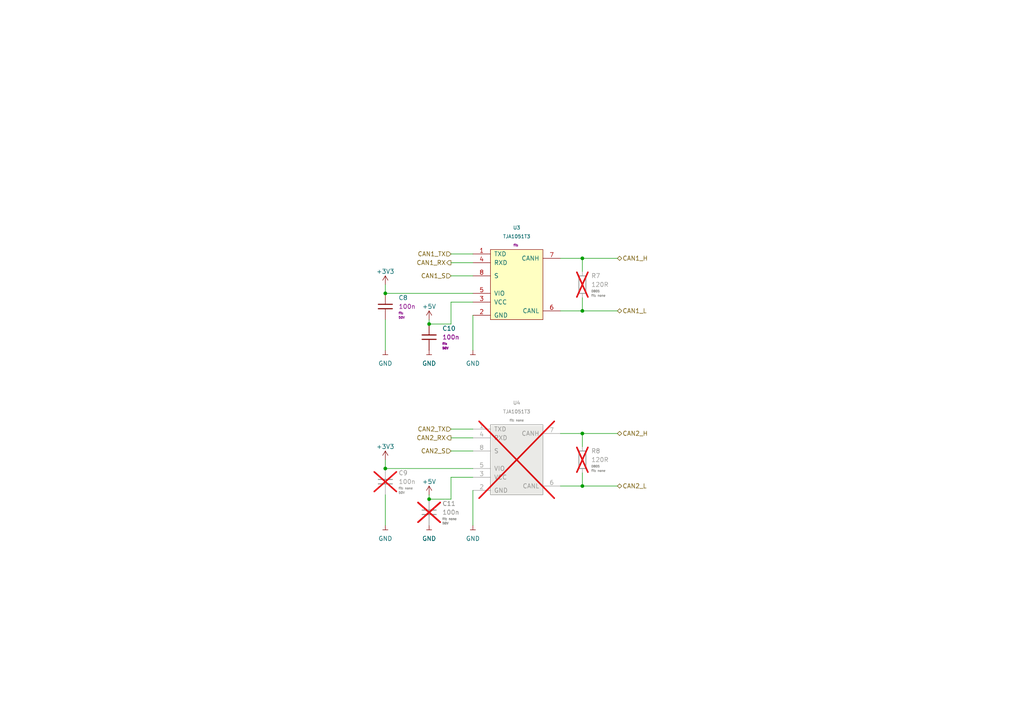
<source format=kicad_sch>
(kicad_sch (version 20250114) (generator "eeschema") (generator_version "9.0")
  (paper "A4")
  (title_block (title "Transiver") (date "2023-06-16") (rev "R${release}") (company "${company}") (comment 1 "${release_state}") (comment 2 "${prefix}-S${type_number}-R${release}-V${sch_variant}-C${sch_ci}") (comment 3 "hardware/${prefix}-S${type_number}_${short_desciption}"))
  (lib_symbols
    (symbol "Cap_10Percent_E24_0603_X7R_50V_-40C-125C:100n_0603_X7R_10%_50V_-40C..125C_Chip-Capacitor" (pin_numbers (hide yes)) (pin_names (offset 0.254))
      (property "Reference" "C" (at 0.635 2.54 0))
      (property "DisplayValue" "100n" (at 0.635 -2.54 0))
      (property "Fit" "fit: " (at 7.62 -3.81 0))
      (property "CapRatedVoltage" "50V" (at 0 0 0))
      (symbol "100n_0603_X7R_10%_50V_-40C..125C_Chip-Capacitor_0_1"
        (polyline (pts (xy -2.032 0.635) (xy 2.032 0.635)) (stroke (width 0.3048)))
        (polyline (pts (xy -2.032 -0.635) (xy 2.032 -0.635)) (stroke (width 0.3048)))
      )
      (symbol "100n_0603_X7R_10%_50V_-40C..125C_Chip-Capacitor_1_1"
        (pin passive line (at 0 3.81 270) (length 3.2004) (name "~") (number "1"))
        (pin passive line (at 0 -3.81 90) (length 2.9972) (name "~") (number "2"))
      )
    )
    (symbol "Res_1Percent_E24_0805_125mW_-40C-90C:120R_0805_125mW_1%_E24_Chip-Resistor" (pin_numbers (hide yes)) (pin_names (offset 0))
      (property "Reference" "R" (at 2.032 0 90))
      (property "DisplayValue" "120R" (at -0.0254 -0.0508 90))
      (property "Fit" "fit: " (at 7.62 -3.81 0))
      (symbol "120R_0805_125mW_1%_E24_Chip-Resistor_0_1"
        (rectangle (start -1.016 -2.54) (end 1.016 2.54) (stroke (width 0.254)))
      )
      (symbol "120R_0805_125mW_1%_E24_Chip-Resistor_1_1"
        (pin passive line (at 0 3.81 270) (length 1.27) (name "~") (number "1"))
        (pin passive line (at 0 -3.81 90) (length 1.27) (name "~") (number "2"))
      )
    )
    (symbol "nxp:TJA1051T3" (pin_names (offset 1.016))
      (property "Reference" "U" (at 0 -11.43 0))
      (property "Value" "TJA1051T3" (at 0 11.43 0))
      (property "Fit" "fit: " (at 0 0 0))
      (symbol "TJA1051T3_0_1"
        (rectangle (start -7.62 10.16) (end 7.62 -10.16) (fill (type background)))
      )
      (symbol "TJA1051T3_1_1"
        (pin input line (at -12.7 8.89 0) (length 5.08) (name "TXD") (number "1"))
        (pin output line (at -12.7 6.35 0) (length 5.08) (name "RXD") (number "4"))
        (pin input line (at -12.7 2.54 0) (length 5.08) (name "S") (number "8"))
        (pin power_in line (at -12.7 -2.54 0) (length 5.08) (name "VIO") (number "5"))
        (pin power_in line (at -12.7 -5.08 0) (length 5.08) (name "VCC") (number "3"))
        (pin power_in line (at -12.7 -8.89 0) (length 5.08) (name "GND") (number "2"))
        (pin open_emitter line (at 12.7 7.62 180) (length 5.08) (name "CANH") (number "7"))
        (pin open_collector line (at 12.7 -7.62 180) (length 5.08) (name "CANL") (number "6"))
      )
    )
    (symbol "powerport:+3V3" (power) (pin_names (offset 0))
      (property "Value" "+3V3" (at 0 3.556 0))
      (symbol "+3V3_0_1"
        (polyline (pts (xy -0.762 1.27) (xy 0 2.54)))
        (polyline (pts (xy 0 2.54) (xy 0.762 1.27)))
        (polyline (pts (xy 0 0) (xy 0 2.54)))
      )
      (symbol "+3V3_1_1"
        (pin power_in line (at 0 0 90) (length 0) (hide yes) (name "+3V3") (number "1"))
      )
    )
    (symbol "powerport:+5V" (power) (pin_names (offset 0))
      (property "Value" "+5V" (at 0 3.556 0))
      (symbol "+5V_0_1"
        (polyline (pts (xy -0.762 1.27) (xy 0 2.54)))
        (polyline (pts (xy 0 2.54) (xy 0.762 1.27)))
        (polyline (pts (xy 0 0) (xy 0 2.54)))
      )
      (symbol "+5V_1_1"
        (pin power_in line (at 0 0 90) (length 0) (hide yes) (name "+5V") (number "1"))
      )
    )
    (symbol "powerport:GND" (power) (pin_names (offset 0))
      (property "Value" "GND" (at 0 -2.54 0))
      (symbol "GND_0_1"
        (polyline (pts (xy -0.762 -1.27) (xy 0.762 -1.27)))
        (polyline (pts (xy 0 0) (xy 0 -1.27)))
      )
      (symbol "GND_1_1"
        (pin power_in line (at 0 0 270) (length 0) (hide yes) (name "GND") (number "1"))
      )
    )
  )
  (junction (at 111.76 85.09))
  (junction (at 168.91 74.93))
  (junction (at 168.91 90.17))
  (junction (at 111.76 135.89))
  (junction (at 124.46 93.98))
  (junction (at 168.91 125.73))
  (junction (at 168.91 140.97))
  (junction (at 124.46 144.78))
  (wire (pts (xy 137.16 142.24) (xy 137.16 152.4)))
  (wire (pts (xy 137.16 91.44) (xy 137.16 101.6)))
  (wire (pts (xy 111.76 143.51) (xy 111.76 152.4)))
  (wire (pts (xy 168.91 74.93) (xy 168.91 78.74)))
  (wire (pts (xy 130.81 144.78) (xy 130.81 138.43)))
  (wire (pts (xy 168.91 86.36) (xy 168.91 90.17)))
  (wire (pts (xy 111.76 133.35) (xy 111.76 135.89)))
  (wire (pts (xy 111.76 92.71) (xy 111.76 101.6)))
  (wire (pts (xy 124.46 93.98) (xy 130.81 93.98)))
  (wire (pts (xy 162.56 125.73) (xy 168.91 125.73)))
  (wire (pts (xy 130.81 73.66) (xy 137.16 73.66)))
  (wire (pts (xy 168.91 140.97) (xy 179.07 140.97)))
  (wire (pts (xy 168.91 137.16) (xy 168.91 140.97)))
  (wire (pts (xy 130.81 127) (xy 137.16 127)))
  (wire (pts (xy 111.76 135.89) (xy 137.16 135.89)))
  (wire (pts (xy 130.81 87.63) (xy 137.16 87.63)))
  (wire (pts (xy 124.46 143.51) (xy 124.46 144.78)))
  (wire (pts (xy 130.81 93.98) (xy 130.81 87.63)))
  (wire (pts (xy 162.56 74.93) (xy 168.91 74.93)))
  (wire (pts (xy 168.91 125.73) (xy 168.91 129.54)))
  (wire (pts (xy 111.76 82.55) (xy 111.76 85.09)))
  (wire (pts (xy 168.91 125.73) (xy 179.07 125.73)))
  (wire (pts (xy 130.81 76.2) (xy 137.16 76.2)))
  (wire (pts (xy 168.91 140.97) (xy 162.56 140.97)))
  (wire (pts (xy 168.91 74.93) (xy 179.07 74.93)))
  (wire (pts (xy 168.91 90.17) (xy 162.56 90.17)))
  (wire (pts (xy 130.81 80.01) (xy 137.16 80.01)))
  (wire (pts (xy 111.76 85.09) (xy 137.16 85.09)))
  (wire (pts (xy 124.46 144.78) (xy 130.81 144.78)))
  (wire (pts (xy 130.81 130.81) (xy 137.16 130.81)))
  (wire (pts (xy 124.46 92.71) (xy 124.46 93.98)))
  (wire (pts (xy 130.81 138.43) (xy 137.16 138.43)))
  (wire (pts (xy 168.91 90.17) (xy 179.07 90.17)))
  (wire (pts (xy 130.81 124.46) (xy 137.16 124.46)))
  (hierarchical_label "CAN1_S" (shape input) (at 130.81 80.01 180))
  (hierarchical_label "CAN2_L" (shape bidirectional) (at 179.07 140.97 0))
  (hierarchical_label "CAN2_S" (shape input) (at 130.81 130.81 180))
  (hierarchical_label "CAN1_L" (shape bidirectional) (at 179.07 90.17 0))
  (hierarchical_label "CAN1_H" (shape bidirectional) (at 179.07 74.93 0))
  (hierarchical_label "CAN1_RX" (shape output) (at 130.81 76.2 180))
  (hierarchical_label "CAN2_TX" (shape input) (at 130.81 124.46 180))
  (hierarchical_label "CAN1_TX" (shape input) (at 130.81 73.66 180))
  (hierarchical_label "CAN2_H" (shape bidirectional) (at 179.07 125.73 0))
  (hierarchical_label "CAN2_RX" (shape output) (at 130.81 127 180))
  (symbol (lib_id "powerport:GND") (at 124.46 101.6 0) (unit 1)
    (property "Reference" "#PWR035" (effects (hide yes)))
    (property "Value" "GND" (at 124.46 105.41 0))
  )
  (symbol (lib_id "nxp:TJA1051T3") (at 149.86 133.35 0) (unit 1) (dnp yes)
    (property "Reference" "U4" (at 149.86 116.84 0) (effects (font (size 0.9906 0.9906))))
    (property "Value" "TJA1051T3" (at 149.86 119.38 0) (effects (font (size 0.9906 0.9906))))
    (property "Footprint" "tssop:SOIC-8_3.90mmx4.90mm_Pitch1.27mm" (effects (hide yes)))
    (property "Datasheet" "$PTX_DATASHEETS/datasheets/CAN/NXP-TJA1051-rev09.pdf" (effects (hide yes)))
    (property "Fit" "fit: none" (at 149.86 121.92 0) (effects (font (size 0.635 0.635))))
    (property "State" "reviewed" (effects (hide yes)))
    (property "Manufacturer" "NXP" (effects (hide yes)))
    (property "MPN" "TJA1051T/3" (effects (hide yes)))
    (property "Package" "SOIC-8_3.90mmx4.90mm_Pitch1.27mm" (effects (hide yes)))
  )
  (symbol (lib_id "Cap_10Percent_E24_0603_X7R_50V_-40C-125C:100n_0603_X7R_10%_50V_-40C..125C_Chip-Capacitor") (at 111.76 88.9 0) (unit 1)
    (property "Reference" "C8" (at 115.57 86.3727 0) (effects (justify left)))
    (property "Value" "100n" (effects (hide yes)))
    (property "Footprint" "Capacitor_SMD:C_0603_1608Metric_Pad1.08x0.95mm_HandSolder" (effects (hide yes)))
    (property "MPN" "any" (effects (hide yes)))
    (property "Manufacturer" "any" (effects (hide yes)))
    (property "DisplayValue" "100n" (at 115.57 88.9127 0) (effects (justify left)))
    (property "Fit" "fit: " (at 115.57 90.8177 0) (effects (font (size 0.635 0.635)) (justify left)))
    (property "State" "legacy" (effects (hide yes)))
    (property "CapRatedVoltage" "50V" (at 115.57 92.0877 0) (effects (font (size 0.635 0.635)) (justify left)))
    (property "Package" "0603" (effects (hide yes)))
  )
  (symbol (lib_id "powerport:+5V") (at 124.46 143.51 0) (unit 1)
    (property "Reference" "#PWR036" (effects (hide yes)))
    (property "Value" "+5V" (at 124.46 139.7 0))
  )
  (symbol (lib_id "powerport:GND") (at 124.46 152.4 0) (unit 1)
    (property "Reference" "#PWR037" (effects (hide yes)))
    (property "Value" "GND" (at 124.46 156.21 0))
  )
  (symbol (lib_id "powerport:GND") (at 137.16 152.4 0) (unit 1)
    (property "Reference" "#PWR039" (effects (hide yes)))
    (property "Value" "GND" (at 137.16 156.21 0))
  )
  (symbol (lib_id "powerport:+3V3") (at 111.76 82.55 0) (unit 1)
    (property "Reference" "#PWR030" (effects (hide yes)))
    (property "Value" "+3V3" (at 111.76 78.74 0))
  )
  (symbol (lib_id "powerport:GND") (at 137.16 101.6 0) (unit 1)
    (property "Reference" "#PWR038" (effects (hide yes)))
    (property "Value" "GND" (at 137.16 105.41 0))
  )
  (symbol (lib_id "powerport:GND") (at 111.76 101.6 0) (unit 1)
    (property "Reference" "#PWR031" (effects (hide yes)))
    (property "Value" "GND" (at 111.76 105.41 0))
  )
  (symbol (lib_id "powerport:+3V3") (at 111.76 133.35 0) (unit 1)
    (property "Reference" "#PWR032" (effects (hide yes)))
    (property "Value" "+3V3" (at 111.76 129.54 0))
  )
  (symbol (lib_id "Res_1Percent_E24_0805_125mW_-40C-90C:120R_0805_125mW_1%_E24_Chip-Resistor") (at 168.91 82.55 0) (unit 1) (dnp yes)
    (property "Reference" "R7" (at 171.45 80.01 0) (effects (justify left)))
    (property "Value" "120R_0805_125mW_1%_E24_Chip-Resistor" (effects (hide yes)))
    (property "Footprint" "Resistors_SMD:R_0805" (effects (hide yes)))
    (property "MPN" "any" (effects (hide yes)))
    (property "Manufacturer" "any" (effects (hide yes)))
    (property "DisplayValue" "120R" (at 171.45 82.55 0) (effects (justify left)))
    (property "Package" "0805" (at 171.45 84.455 0) (effects (font (size 0.635 0.635)) (justify left)))
    (property "Fit" "fit: none" (at 171.45 85.725 0) (effects (font (size 0.635 0.635)) (justify left)))
    (property "State" "legacy" (effects (hide yes)))
  )
  (symbol (lib_id "Res_1Percent_E24_0805_125mW_-40C-90C:120R_0805_125mW_1%_E24_Chip-Resistor") (at 168.91 133.35 0) (unit 1) (dnp yes)
    (property "Reference" "R8" (at 171.45 130.81 0) (effects (justify left)))
    (property "Value" "120R_0805_125mW_1%_E24_Chip-Resistor" (effects (hide yes)))
    (property "Footprint" "Resistors_SMD:R_0805" (effects (hide yes)))
    (property "MPN" "any" (effects (hide yes)))
    (property "Manufacturer" "any" (effects (hide yes)))
    (property "DisplayValue" "120R" (at 171.45 133.35 0) (effects (justify left)))
    (property "Package" "0805" (at 171.45 135.255 0) (effects (font (size 0.635 0.635)) (justify left)))
    (property "Fit" "fit: none" (at 171.45 136.525 0) (effects (font (size 0.635 0.635)) (justify left)))
    (property "State" "legacy" (effects (hide yes)))
  )
  (symbol (lib_id "Cap_10Percent_E24_0603_X7R_50V_-40C-125C:100n_0603_X7R_10%_50V_-40C..125C_Chip-Capacitor") (at 111.76 139.7 0) (unit 1) (dnp yes)
    (property "Reference" "C9" (at 115.57 137.1727 0) (effects (justify left)))
    (property "Value" "100n_0603_X7R_10%_50V_-40C..125C_Chip-Capacitor" (effects (hide yes)))
    (property "Footprint" "Capacitors_SMD:C_0603" (effects (hide yes)))
    (property "MPN" "any" (effects (hide yes)))
    (property "Manufacturer" "any" (effects (hide yes)))
    (property "DisplayValue" "100n" (at 115.57 139.7127 0) (effects (justify left)))
    (property "Fit" "fit: none" (at 115.57 141.6177 0) (effects (font (size 0.635 0.635)) (justify left)))
    (property "State" "legacy" (effects (hide yes)))
    (property "CapRatedVoltage" "50V" (at 115.57 142.8877 0) (effects (font (size 0.635 0.635)) (justify left)))
    (property "Package" "0603" (effects (hide yes)))
  )
  (symbol (lib_id "powerport:+5V") (at 124.46 92.71 0) (unit 1)
    (property "Reference" "#PWR034" (effects (hide yes)))
    (property "Value" "+5V" (at 124.46 88.9 0))
  )
  (symbol (lib_id "powerport:GND") (at 111.76 152.4 0) (unit 1)
    (property "Reference" "#PWR033" (effects (hide yes)))
    (property "Value" "GND" (at 111.76 156.21 0))
  )
  (symbol (lib_id "nxp:TJA1051T3") (at 149.86 82.55 0) (unit 1)
    (property "Reference" "U3" (at 149.86 66.04 0) (effects (font (size 0.9906 0.9906))))
    (property "Value" "TJA1051T3" (at 149.86 68.58 0) (effects (font (size 0.9906 0.9906))))
    (property "Footprint" "tssop:SOIC-8_3.90mmx4.90mm_Pitch1.27mm" (effects (hide yes)))
    (property "Datasheet" "$PTX_DATASHEETS/datasheets/CAN/NXP-TJA1051-rev09.pdf" (effects (hide yes)))
    (property "Fit" "fit: " (at 149.86 71.12 0) (effects (font (size 0.635 0.635))))
    (property "State" "reviewed" (effects (hide yes)))
    (property "Manufacturer" "NXP" (effects (hide yes)))
    (property "MPN" "TJA1051T/3" (effects (hide yes)))
    (property "Package" "SOIC-8_3.90mmx4.90mm_Pitch1.27mm" (effects (hide yes)))
  )
  (symbol (lib_id "Cap_10Percent_E24_0603_X7R_50V_-40C-125C:100n_0603_X7R_10%_50V_-40C..125C_Chip-Capacitor") (at 124.46 148.59 0) (unit 1) (dnp yes)
    (property "Reference" "C11" (at 128.27 146.0627 0) (effects (justify left)))
    (property "Value" "100n_0603_X7R_10%_50V_-40C..125C_Chip-Capacitor" (effects (hide yes)))
    (property "Footprint" "Capacitors_SMD:C_0603" (effects (hide yes)))
    (property "MPN" "any" (effects (hide yes)))
    (property "Manufacturer" "any" (effects (hide yes)))
    (property "DisplayValue" "100n" (at 128.27 148.6027 0) (effects (justify left)))
    (property "Fit" "fit: none" (at 128.27 150.5077 0) (effects (font (size 0.635 0.635)) (justify left)))
    (property "State" "legacy" (effects (hide yes)))
    (property "CapRatedVoltage" "50V" (at 128.27 151.7777 0) (effects (font (size 0.635 0.635)) (justify left)))
    (property "Package" "0603" (effects (hide yes)))
  )
  (symbol (lib_id "Cap_10Percent_E24_0603_X7R_50V_-40C-125C:100n_0603_X7R_10%_50V_-40C..125C_Chip-Capacitor") (at 124.46 97.79 0) (unit 1)
    (property "Reference" "C10" (at 128.27 95.2627 0) (effects (justify left)))
    (property "Value" "100n" (effects (hide yes)))
    (property "Footprint" "Capacitor_SMD:C_0603_1608Metric_Pad1.08x0.95mm_HandSolder" (effects (hide yes)))
    (property "MPN" "any" (effects (hide yes)))
    (property "Manufacturer" "any" (effects (hide yes)))
    (property "DisplayValue" "100n" (at 128.27 97.8027 0) (effects (justify left)))
    (property "Fit" "fit: " (at 128.27 99.7077 0) (effects (font (size 0.635 0.635)) (justify left)))
    (property "State" "legacy" (effects (hide yes)))
    (property "CapRatedVoltage" "50V" (at 128.27 100.9777 0) (effects (font (size 0.635 0.635)) (justify left)))
    (property "Package" "0603" (effects (hide yes)))
  )
)
</source>
